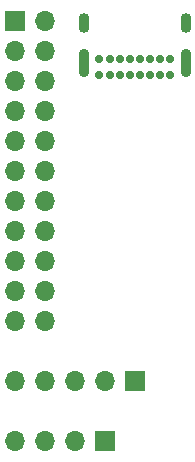
<source format=gbr>
%TF.GenerationSoftware,KiCad,Pcbnew,7.0.7*%
%TF.CreationDate,2024-08-30T14:39:58-05:00*%
%TF.ProjectId,ex4,6578342e-6b69-4636-9164-5f7063625858,rev?*%
%TF.SameCoordinates,Original*%
%TF.FileFunction,Soldermask,Bot*%
%TF.FilePolarity,Negative*%
%FSLAX46Y46*%
G04 Gerber Fmt 4.6, Leading zero omitted, Abs format (unit mm)*
G04 Created by KiCad (PCBNEW 7.0.7) date 2024-08-30 14:39:58*
%MOMM*%
%LPD*%
G01*
G04 APERTURE LIST*
%ADD10C,0.700000*%
%ADD11O,0.900000X1.700000*%
%ADD12O,0.900000X2.400000*%
%ADD13R,1.700000X1.700000*%
%ADD14O,1.700000X1.700000*%
G04 APERTURE END LIST*
D10*
%TO.C,J1*%
X32178000Y-27396000D03*
X31328000Y-27396000D03*
X30478000Y-27396000D03*
X29628000Y-27396000D03*
X28778000Y-27396000D03*
X27928000Y-27396000D03*
X27078000Y-27396000D03*
X26228000Y-27396000D03*
X26228000Y-26046000D03*
X27078000Y-26046000D03*
X27928000Y-26046000D03*
X28778000Y-26046000D03*
X29628000Y-26046000D03*
X30478000Y-26046000D03*
X31328000Y-26046000D03*
X32178000Y-26046000D03*
D11*
X24878000Y-23036000D03*
X33528000Y-23036000D03*
D12*
X24878000Y-26416000D03*
X33528000Y-26416000D03*
%TD*%
D13*
%TO.C,J4*%
X19050000Y-22860000D03*
D14*
X21590000Y-22860000D03*
X19050000Y-25400000D03*
X21590000Y-25400000D03*
X19050000Y-27940000D03*
X21590000Y-27940000D03*
X19050000Y-30480000D03*
X21590000Y-30480000D03*
X19050000Y-33020000D03*
X21590000Y-33020000D03*
X19050000Y-35560000D03*
X21590000Y-35560000D03*
X19050000Y-38100000D03*
X21590000Y-38100000D03*
X19050000Y-40640000D03*
X21590000Y-40640000D03*
X19050000Y-43180000D03*
X21590000Y-43180000D03*
X19050000Y-45720000D03*
X21590000Y-45720000D03*
X19050000Y-48260000D03*
X21590000Y-48260000D03*
%TD*%
D13*
%TO.C,J3*%
X26670000Y-58420000D03*
D14*
X24130000Y-58420000D03*
X21590000Y-58420000D03*
X19050000Y-58420000D03*
%TD*%
D13*
%TO.C,J2*%
X29210000Y-53340000D03*
D14*
X26670000Y-53340000D03*
X24130000Y-53340000D03*
X21590000Y-53340000D03*
X19050000Y-53340000D03*
%TD*%
M02*

</source>
